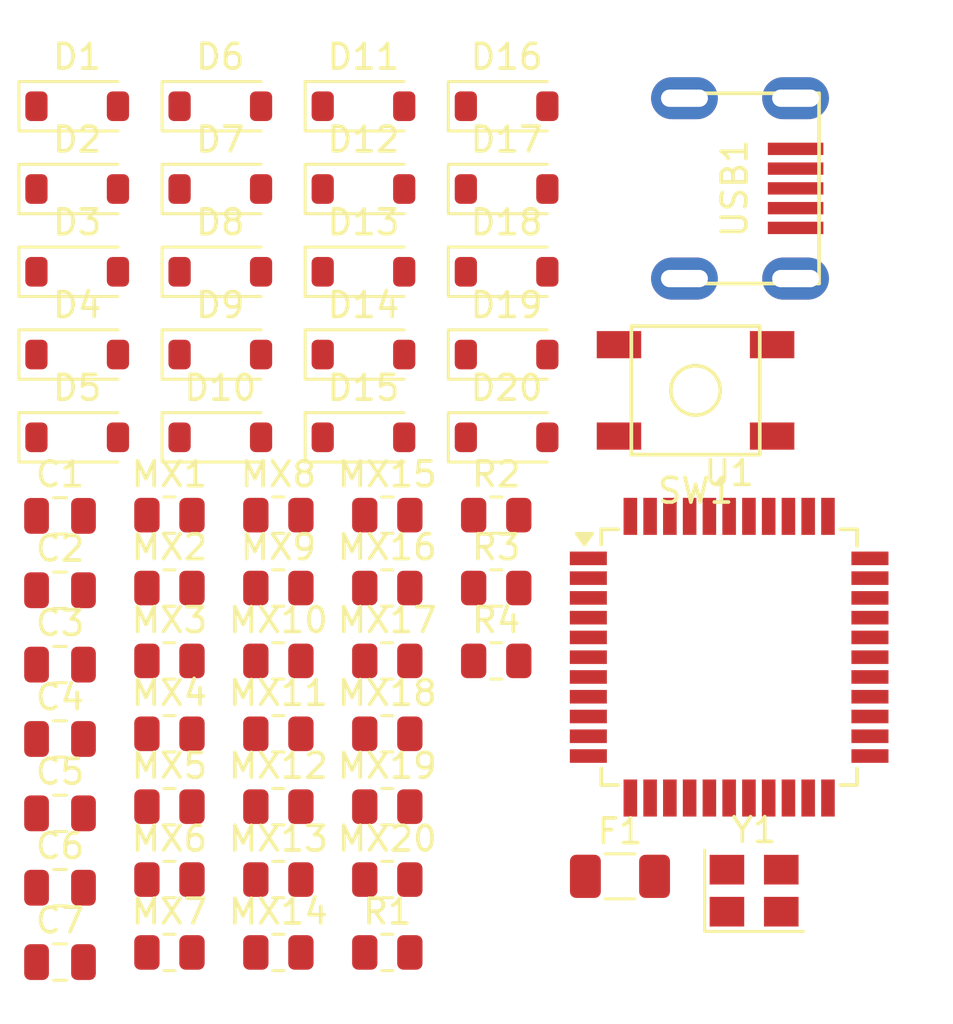
<source format=kicad_pcb>
(kicad_pcb (version 20240108) (generator "pcbnew") (generator_version "8.0")
  (layers (0 "F.Cu" signal) (31 "B.Cu" signal) (34 "B.Paste" user) (35 "F.Paste" user) (36 "B.SilkS" user "B.Silkscreen") (37 "F.SilkS" user "F.Silkscreen") (38 "B.Mask" user) (39 "F.Mask" user) (44 "Edge.Cuts" user))
  (net 0 "")
  (net 1 "GND")
  (net 2 "Net-(U1-XTAL1)")
  (net 3 "Net-(U1-XTAL2)")
  (net 4 "Net-(U1-UCAP)")
  (net 5 "+5V")
  (net 6 "Net-(D1-A)")
  (net 7 "ROW0")
  (net 8 "Net-(D2-A)")
  (net 9 "Net-(D3-A)")
  (net 10 "Net-(D4-A)")
  (net 11 "Net-(D5-A)")
  (net 12 "ROW1")
  (net 13 "Net-(D6-A)")
  (net 14 "Net-(D7-A)")
  (net 15 "Net-(D8-A)")
  (net 16 "ROW2")
  (net 17 "Net-(D9-A)")
  (net 18 "Net-(D10-A)")
  (net 19 "Net-(D11-A)")
  (net 20 "Net-(D12-A)")
  (net 21 "ROW3")
  (net 22 "Net-(D13-A)")
  (net 23 "Net-(D14-A)")
  (net 24 "Net-(D15-A)")
  (net 25 "Net-(D16-A)")
  (net 26 "ROW4")
  (net 27 "Net-(D17-A)")
  (net 28 "Net-(D18-A)")
  (net 29 "Net-(D19-A)")
  (net 30 "Net-(D20-A)")
  (net 31 "Net-(USB1-VBUS)")
  (net 32 "COL0")
  (net 33 "COL2")
  (net 34 "COL1")
  (net 35 "COL3")
  (net 36 "Net-(U1-~{RESET})")
  (net 37 "D+")
  (net 38 "Net-(U1-D+)")
  (net 39 "D-")
  (net 40 "Net-(U1-D-)")
  (net 41 "Net-(U1-~{HWB}{slash}PE2)")
  (footprint "Diode_SMD:D_SOD-123" (layer "F.Cu") (at 38.17 41.125)
    (property "Reference" "D5" (at 0 -2 0) (layer "F.SilkS"))
    (property "Value" "D_Small")
    (fp_line (start -2.36 -1) (end -2.36 1) (stroke (width 0.12)) (layer "F.SilkS"))
    (fp_line (start -2.36 -1) (end 1.65 -1) (stroke (width 0.12)) (layer "F.SilkS"))
    (fp_line (start -2.36 1) (end 1.65 1) (stroke (width 0.12)) (layer "F.SilkS"))
    (pad "1" smd roundrect (at -1.65 0) (size 0.9 1.2) (layers "F.Cu" "F.Paste" "F.Mask") (net 12 "ROW1"))
    (pad "2" smd roundrect (at 1.65 0) (size 0.9 1.2) (layers "F.Cu" "F.Paste" "F.Mask") (net 11 "Net-(D5-A)"))
  )
  (footprint "Resistor_SMD:R_0805_2012Metric" (layer "F.Cu") (at 41.905 44.275)
    (property "Reference" "MX1" (at 0 -1.65 0) (layer "F.SilkS"))
    (property "Value" "MX-NoLED")
    (fp_line (start -0.227064 -0.735) (end 0.227064 -0.735) (stroke (width 0.12)) (layer "F.SilkS"))
    (fp_line (start -0.227064 0.735) (end 0.227064 0.735) (stroke (width 0.12)) (layer "F.SilkS"))
    (pad "1" smd roundrect (at -0.9125 0) (size 1.025 1.4) (layers "F.Cu" "F.Paste" "F.Mask") (roundrect_rratio 0.243902) (net 32 "COL0"))
    (pad "2" smd roundrect (at 0.9125 0) (size 1.025 1.4) (layers "F.Cu" "F.Paste" "F.Mask") (roundrect_rratio 0.243902) (net 6 "Net-(D1-A)"))
  )
  (footprint "Resistor_SMD:R_0805_2012Metric" (layer "F.Cu") (at 50.725 47.225)
    (property "Reference" "MX16" (at 0 -1.65 0) (layer "F.SilkS"))
    (property "Value" "MX-NoLED")
    (fp_line (start -0.227064 -0.735) (end 0.227064 -0.735) (stroke (width 0.12)) (layer "F.SilkS"))
    (fp_line (start -0.227064 0.735) (end 0.227064 0.735) (stroke (width 0.12)) (layer "F.SilkS"))
    (pad "1" smd roundrect (at -0.9125 0) (size 1.025 1.4) (layers "F.Cu" "F.Paste" "F.Mask") (roundrect_rratio 0.243902) (net 35 "COL3"))
    (pad "2" smd roundrect (at 0.9125 0) (size 1.025 1.4) (layers "F.Cu" "F.Paste" "F.Mask") (roundrect_rratio 0.243902) (net 25 "Net-(D16-A)"))
  )
  (footprint "Resistor_SMD:R_0805_2012Metric" (layer "F.Cu") (at 41.905 56.075)
    (property "Reference" "MX5" (at 0 -1.65 0) (layer "F.SilkS"))
    (property "Value" "MX-NoLED")
    (fp_line (start -0.227064 -0.735) (end 0.227064 -0.735) (stroke (width 0.12)) (layer "F.SilkS"))
    (fp_line (start -0.227064 0.735) (end 0.227064 0.735) (stroke (width 0.12)) (layer "F.SilkS"))
    (pad "1" smd roundrect (at -0.9125 0) (size 1.025 1.4) (layers "F.Cu" "F.Paste" "F.Mask") (roundrect_rratio 0.243902) (net 32 "COL0"))
    (pad "2" smd roundrect (at 0.9125 0) (size 1.025 1.4) (layers "F.Cu" "F.Paste" "F.Mask") (roundrect_rratio 0.243902) (net 11 "Net-(D5-A)"))
  )
  (footprint "Diode_SMD:D_SOD-123" (layer "F.Cu") (at 38.17 27.725)
    (property "Reference" "D1" (at 0 -2 0) (layer "F.SilkS"))
    (property "Value" "D_Small")
    (fp_line (start -2.36 -1) (end -2.36 1) (stroke (width 0.12)) (layer "F.SilkS"))
    (fp_line (start -2.36 -1) (end 1.65 -1) (stroke (width 0.12)) (layer "F.SilkS"))
    (fp_line (start -2.36 1) (end 1.65 1) (stroke (width 0.12)) (layer "F.SilkS"))
    (pad "1" smd roundrect (at -1.65 0) (size 0.9 1.2) (layers "F.Cu" "F.Paste" "F.Mask") (net 7 "ROW0"))
    (pad "2" smd roundrect (at 1.65 0) (size 0.9 1.2) (layers "F.Cu" "F.Paste" "F.Mask") (net 6 "Net-(D1-A)"))
  )
  (footprint "Resistor_SMD:R_0805_2012Metric" (layer "F.Cu") (at 41.905 53.125)
    (property "Reference" "MX4" (at 0 -1.65 0) (layer "F.SilkS"))
    (property "Value" "MX-NoLED")
    (fp_line (start -0.227064 -0.735) (end 0.227064 -0.735) (stroke (width 0.12)) (layer "F.SilkS"))
    (fp_line (start -0.227064 0.735) (end 0.227064 0.735) (stroke (width 0.12)) (layer "F.SilkS"))
    (pad "1" smd roundrect (at -0.9125 0) (size 1.025 1.4) (layers "F.Cu" "F.Paste" "F.Mask") (roundrect_rratio 0.243902) (net 35 "COL3"))
    (pad "2" smd roundrect (at 0.9125 0) (size 1.025 1.4) (layers "F.Cu" "F.Paste" "F.Mask") (roundrect_rratio 0.243902) (net 10 "Net-(D4-A)"))
  )
  (footprint "Resistor_SMD:R_0805_2012Metric" (layer "F.Cu") (at 55.135 44.275)
    (property "Reference" "R2" (at 0 -1.65 0) (layer "F.SilkS"))
    (property "Value" "22")
    (fp_line (start -0.227064 -0.735) (end 0.227064 -0.735) (stroke (width 0.12)) (layer "F.SilkS"))
    (fp_line (start -0.227064 0.735) (end 0.227064 0.735) (stroke (width 0.12)) (layer "F.SilkS"))
    (pad "1" smd roundrect (at -0.9125 0) (size 1.025 1.4) (layers "F.Cu" "F.Paste" "F.Mask") (roundrect_rratio 0.243902) (net 37 "D+"))
    (pad "2" smd roundrect (at 0.9125 0) (size 1.025 1.4) (layers "F.Cu" "F.Paste" "F.Mask") (roundrect_rratio 0.243902) (net 38 "Net-(U1-D+)"))
  )
  (footprint "Crystal:Crystal_SMD_3225-4Pin_3.2x2.5mm" (layer "F.Cu") (at 65.575 59.475)
    (property "Reference" "Y1" (at 0 -2.45 0) (layer "F.SilkS"))
    (property "Value" "Crystal_GND24_Small")
    (fp_line (start -2 -1.65) (end -2 1.65) (stroke (width 0.12)) (layer "F.SilkS"))
    (fp_line (start -2 1.65) (end 2 1.65) (stroke (width 0.12)) (layer "F.SilkS"))
    (pad "1" smd rect (at -1.1 0.85) (size 1.4 1.2) (layers "F.Cu" "F.Paste" "F.Mask") (net 2 "Net-(U1-XTAL1)"))
    (pad "2" smd rect (at 1.1 0.85) (size 1.4 1.2) (layers "F.Cu" "F.Paste" "F.Mask") (net 1 "GND"))
    (pad "3" smd rect (at 1.1 -0.85) (size 1.4 1.2) (layers "F.Cu" "F.Paste" "F.Mask") (net 3 "Net-(U1-XTAL2)"))
    (pad "4" smd rect (at -1.1 -0.85) (size 1.4 1.2) (layers "F.Cu" "F.Paste" "F.Mask") (net 1 "GND"))
  )
  (footprint "Resistor_SMD:R_0805_2012Metric" (layer "F.Cu") (at 50.725 44.275)
    (property "Reference" "MX15" (at 0 -1.65 0) (layer "F.SilkS"))
    (property "Value" "MX-NoLED")
    (fp_line (start -0.227064 -0.735) (end 0.227064 -0.735) (stroke (width 0.12)) (layer "F.SilkS"))
    (fp_line (start -0.227064 0.735) (end 0.227064 0.735) (stroke (width 0.12)) (layer "F.SilkS"))
    (pad "1" smd roundrect (at -0.9125 0) (size 1.025 1.4) (layers "F.Cu" "F.Paste" "F.Mask") (roundrect_rratio 0.243902) (net 33 "COL2"))
    (pad "2" smd roundrect (at 0.9125 0) (size 1.025 1.4) (layers "F.Cu" "F.Paste" "F.Mask") (roundrect_rratio 0.243902) (net 24 "Net-(D15-A)"))
  )
  (footprint "Diode_SMD:D_SOD-123" (layer "F.Cu") (at 55.555 41.125)
    (property "Reference" "D20" (at 0 -2 0) (layer "F.SilkS"))
    (property "Value" "D_Small")
    (fp_line (start -2.36 -1) (end -2.36 1) (stroke (width 0.12)) (layer "F.SilkS"))
    (fp_line (start -2.36 -1) (end 1.65 -1) (stroke (width 0.12)) (layer "F.SilkS"))
    (fp_line (start -2.36 1) (end 1.65 1) (stroke (width 0.12)) (layer "F.SilkS"))
    (pad "1" smd roundrect (at -1.65 0) (size 0.9 1.2) (layers "F.Cu" "F.Paste" "F.Mask") (net 26 "ROW4"))
    (pad "2" smd roundrect (at 1.65 0) (size 0.9 1.2) (layers "F.Cu" "F.Paste" "F.Mask") (net 30 "Net-(D20-A)"))
  )
  (footprint "Resistor_SMD:R_0805_2012Metric" (layer "F.Cu") (at 46.315 59.025)
    (property "Reference" "MX13" (at 0 -1.65 0) (layer "F.SilkS"))
    (property "Value" "MX-NoLED")
    (fp_line (start -0.227064 -0.735) (end 0.227064 -0.735) (stroke (width 0.12)) (layer "F.SilkS"))
    (fp_line (start -0.227064 0.735) (end 0.227064 0.735) (stroke (width 0.12)) (layer "F.SilkS"))
    (pad "1" smd roundrect (at -0.9125 0) (size 1.025 1.4) (layers "F.Cu" "F.Paste" "F.Mask") (roundrect_rratio 0.243902) (net 32 "COL0"))
    (pad "2" smd roundrect (at 0.9125 0) (size 1.025 1.4) (layers "F.Cu" "F.Paste" "F.Mask") (roundrect_rratio 0.243902) (net 22 "Net-(D13-A)"))
  )
  (footprint "Resistor_SMD:R_0805_2012Metric" (layer "F.Cu") (at 50.725 59.025)
    (property "Reference" "MX20" (at 0 -1.65 0) (layer "F.SilkS"))
    (property "Value" "MX-NoLED")
    (fp_line (start -0.227064 -0.735) (end 0.227064 -0.735) (stroke (width 0.12)) (layer "F.SilkS"))
    (fp_line (start -0.227064 0.735) (end 0.227064 0.735) (stroke (width 0.12)) (layer "F.SilkS"))
    (pad "1" smd roundrect (at -0.9125 0) (size 1.025 1.4) (layers "F.Cu" "F.Paste" "F.Mask") (roundrect_rratio 0.243902) (net 35 "COL3"))
    (pad "2" smd roundrect (at 0.9125 0) (size 1.025 1.4) (layers "F.Cu" "F.Paste" "F.Mask") (roundrect_rratio 0.243902) (net 30 "Net-(D20-A)"))
  )
  (footprint "Fuse:Fuse_1206_3216Metric" (layer "F.Cu") (at 60.145 58.895)
    (property "Reference" "F1" (at 0 -1.82 0) (layer "F.SilkS"))
    (property "Value" "500mA")
    (fp_line (start -0.602064 -0.91) (end 0.602064 -0.91) (stroke (width 0.12)) (layer "F.SilkS"))
    (fp_line (start -0.602064 0.91) (end 0.602064 0.91) (stroke (width 0.12)) (layer "F.SilkS"))
    (pad "1" smd roundrect (at -1.4 0) (size 1.25 1.75) (layers "F.Cu" "F.Paste" "F.Mask") (roundrect_rratio 0.2) (net 31 "Net-(USB1-VBUS)"))
    (pad "2" smd roundrect (at 1.4 0) (size 1.25 1.75) (layers "F.Cu" "F.Paste" "F.Mask") (roundrect_rratio 0.2) (net 5 "+5V"))
  )
  (footprint "Diode_SMD:D_SOD-123" (layer "F.Cu") (at 55.555 37.775)
    (property "Reference" "D19" (at 0 -2 0) (layer "F.SilkS"))
    (property "Value" "D_Small")
    (fp_line (start -2.36 -1) (end -2.36 1) (stroke (width 0.12)) (layer "F.SilkS"))
    (fp_line (start -2.36 -1) (end 1.65 -1) (stroke (width 0.12)) (layer "F.SilkS"))
    (fp_line (start -2.36 1) (end 1.65 1) (stroke (width 0.12)) (layer "F.SilkS"))
    (pad "1" smd roundrect (at -1.65 0) (size 0.9 1.2) (layers "F.Cu" "F.Paste" "F.Mask") (net 26 "ROW4"))
    (pad "2" smd roundrect (at 1.65 0) (size 0.9 1.2) (layers "F.Cu" "F.Paste" "F.Mask") (net 29 "Net-(D19-A)"))
  )
  (footprint "Resistor_SMD:R_0805_2012Metric" (layer "F.Cu") (at 55.135 50.175)
    (property "Reference" "R4" (at 0 -1.65 0) (layer "F.SilkS"))
    (property "Value" "10k")
    (fp_line (start -0.227064 -0.735) (end 0.227064 -0.735) (stroke (width 0.12)) (layer "F.SilkS"))
    (fp_line (start -0.227064 0.735) (end 0.227064 0.735) (stroke (width 0.12)) (layer "F.SilkS"))
    (pad "1" smd roundrect (at -0.9125 0) (size 1.025 1.4) (layers "F.Cu" "F.Paste" "F.Mask") (roundrect_rratio 0.243902) (net 41 "Net-(U1-~{HWB}{slash}PE2)"))
    (pad "2" smd roundrect (at 0.9125 0) (size 1.025 1.4) (layers "F.Cu" "F.Paste" "F.Mask") (roundrect_rratio 0.243902) (net 1 "GND"))
  )
  (footprint "random-keyboard-parts:Molex-0548190589" (layer "F.Cu") (at 62.755 31.05)
    (property "Reference" "USB1" (at 2.032 0 90) (layer "F.SilkS"))
    (property "Value" "Molex-0548190589")
    (fp_line (start 0 -3.85) (end 5.45 -3.85) (stroke (width 0.15)) (layer "F.SilkS"))
    (fp_line (start 0 3.85) (end 5.45 3.85) (stroke (width 0.15)) (layer "F.SilkS"))
    (fp_line (start 5.45 -3.85) (end 5.45 3.85) (stroke (width 0.15)) (layer "F.SilkS"))
    (pad "1" smd rect (at 4.5 1.6) (size 2.25 0.5) (layers "F.Cu" "F.Paste" "F.Mask") (net 1 "GND"))
    (pad "2" smd rect (at 4.5 0.8) (size 2.25 0.5) (layers "F.Cu" "F.Paste" "F.Mask"))
    (pad "3" smd rect (at 4.5 0) (size 2.25 0.5) (layers "F.Cu" "F.Paste" "F.Mask") (net 37 "D+"))
    (pad "4" smd rect (at 4.5 -0.8) (size 2.25 0.5) (layers "F.Cu" "F.Paste" "F.Mask") (net 39 "D-"))
    (pad "5" smd rect (at 4.5 -1.6) (size 2.25 0.5) (layers "F.Cu" "F.Paste" "F.Mask") (net 31 "Net-(USB1-VBUS)"))
    (pad "6" thru_hole oval (at 0 -3.65) (size 2.7 1.7) (drill oval 1.9 0.7) (layers "*.Cu" "*.Mask"))
    (pad "6" thru_hole oval (at 0 3.65) (size 2.7 1.7) (drill oval 1.9 0.7) (layers "*.Cu" "*.Mask"))
    (pad "6" thru_hole oval (at 4.5 -3.65) (size 2.7 1.7) (drill oval 1.9 0.7) (layers "*.Cu" "*.Mask"))
    (pad "6" thru_hole oval (at 4.5 3.65) (size 2.7 1.7) (drill oval 1.9 0.7) (layers "*.Cu" "*.Mask"))
  )
  (footprint "Diode_SMD:D_SOD-123" (layer "F.Cu") (at 55.555 27.725)
    (property "Reference" "D16" (at 0 -2 0) (layer "F.SilkS"))
    (property "Value" "D_Small")
    (fp_line (start -2.36 -1) (end -2.36 1) (stroke (width 0.12)) (layer "F.SilkS"))
    (fp_line (start -2.36 -1) (end 1.65 -1) (stroke (width 0.12)) (layer "F.SilkS"))
    (fp_line (start -2.36 1) (end 1.65 1) (stroke (width 0.12)) (layer "F.SilkS"))
    (pad "1" smd roundrect (at -1.65 0) (size 0.9 1.2) (layers "F.Cu" "F.Paste" "F.Mask") (net 21 "ROW3"))
    (pad "2" smd roundrect (at 1.65 0) (size 0.9 1.2) (layers "F.Cu" "F.Paste" "F.Mask") (net 25 "Net-(D16-A)"))
  )
  (footprint "Diode_SMD:D_SOD-123" (layer "F.Cu") (at 38.17 37.775)
    (property "Reference" "D4" (at 0 -2 0) (layer "F.SilkS"))
    (property "Value" "D_Small")
    (fp_line (start -2.36 -1) (end -2.36 1) (stroke (width 0.12)) (layer "F.SilkS"))
    (fp_line (start -2.36 -1) (end 1.65 -1) (stroke (width 0.12)) (layer "F.SilkS"))
    (fp_line (start -2.36 1) (end 1.65 1) (stroke (width 0.12)) (layer "F.SilkS"))
    (pad "1" smd roundrect (at -1.65 0) (size 0.9 1.2) (layers "F.Cu" "F.Paste" "F.Mask") (net 7 "ROW0"))
    (pad "2" smd roundrect (at 1.65 0) (size 0.9 1.2) (layers "F.Cu" "F.Paste" "F.Mask") (net 10 "Net-(D4-A)"))
  )
  (footprint "Resistor_SMD:R_0805_2012Metric" (layer "F.Cu") (at 46.315 50.175)
    (property "Reference" "MX10" (at 0 -1.65 0) (layer "F.SilkS"))
    (property "Value" "MX-NoLED")
    (fp_line (start -0.227064 -0.735) (end 0.227064 -0.735) (stroke (width 0.12)) (layer "F.SilkS"))
    (fp_line (start -0.227064 0.735) (end 0.227064 0.735) (stroke (width 0.12)) (layer "F.SilkS"))
    (pad "1" smd roundrect (at -0.9125 0) (size 1.025 1.4) (layers "F.Cu" "F.Paste" "F.Mask") (roundrect_rratio 0.243902) (net 33 "COL2"))
    (pad "2" smd roundrect (at 0.9125 0) (size 1.025 1.4) (layers "F.Cu" "F.Paste" "F.Mask") (roundrect_rratio 0.243902) (net 18 "Net-(D10-A)"))
  )
  (footprint "Resistor_SMD:R_0805_2012Metric" (layer "F.Cu") (at 46.315 61.975)
    (property "Reference" "MX14" (at 0 -1.65 0) (layer "F.SilkS"))
    (property "Value" "MX-NoLED")
    (fp_line (start -0.227064 -0.735) (end 0.227064 -0.735) (stroke (width 0.12)) (layer "F.SilkS"))
    (fp_line (start -0.227064 0.735) (end 0.227064 0.735) (stroke (width 0.12)) (layer "F.SilkS"))
    (pad "1" smd roundrect (at -0.9125 0) (size 1.025 1.4) (layers "F.Cu" "F.Paste" "F.Mask") (roundrect_rratio 0.243902) (net 34 "COL1"))
    (pad "2" smd roundrect (at 0.9125 0) (size 1.025 1.4) (layers "F.Cu" "F.Paste" "F.Mask") (roundrect_rratio 0.243902) (net 23 "Net-(D14-A)"))
  )
  (footprint "Capacitor_SMD:C_0805_2012Metric" (layer "F.Cu") (at 37.475 50.325)
    (property "Reference" "C3" (at 0 -1.68 0) (layer "F.SilkS"))
    (property "Value" "1uF")
    (fp_line (start -0.261252 -0.735) (end 0.261252 -0.735) (stroke (width 0.12)) (layer "F.SilkS"))
    (fp_line (start -0.261252 0.735) (end 0.261252 0.735) (stroke (width 0.12)) (layer "F.SilkS"))
    (pad "1" smd roundrect (at -0.95 0) (size 1 1.45) (layers "F.Cu" "F.Paste" "F.Mask") (net 4 "Net-(U1-UCAP)"))
    (pad "2" smd roundrect (at 0.95 0) (size 1 1.45) (layers "F.Cu" "F.Paste" "F.Mask") (net 1 "GND"))
  )
  (footprint "Diode_SMD:D_SOD-123" (layer "F.Cu") (at 55.555 34.425)
    (property "Reference" "D18" (at 0 -2 0) (layer "F.SilkS"))
    (property "Value" "D_Small")
    (fp_line (start -2.36 -1) (end -2.36 1) (stroke (width 0.12)) (layer "F.SilkS"))
    (fp_line (start -2.36 -1) (end 1.65 -1) (stroke (width 0.12)) (layer "F.SilkS"))
    (fp_line (start -2.36 1) (end 1.65 1) (stroke (width 0.12)) (layer "F.SilkS"))
    (pad "1" smd roundrect (at -1.65 0) (size 0.9 1.2) (layers "F.Cu" "F.Paste" "F.Mask") (net 26 "ROW4"))
    (pad "2" smd roundrect (at 1.65 0) (size 0.9 1.2) (layers "F.Cu" "F.Paste" "F.Mask") (net 28 "Net-(D18-A)"))
  )
  (footprint "Resistor_SMD:R_0805_2012Metric" (layer "F.Cu") (at 55.135 47.225)
    (property "Reference" "R3" (at 0 -1.65 0) (layer "F.SilkS"))
    (property "Value" "22")
    (fp_line (start -0.227064 -0.735) (end 0.227064 -0.735) (stroke (width 0.12)) (layer "F.SilkS"))
    (fp_line (start -0.227064 0.735) (end 0.227064 0.735) (stroke (width 0.12)) (layer "F.SilkS"))
    (pad "1" smd roundrect (at -0.9125 0) (size 1.025 1.4) (layers "F.Cu" "F.Paste" "F.Mask") (roundrect_rratio 0.243902) (net 39 "D-"))
    (pad "2" smd roundrect (at 0.9125 0) (size 1.025 1.4) (layers "F.Cu" "F.Paste" "F.Mask") (roundrect_rratio 0.243902) (net 40 "Net-(U1-D-)"))
  )
  (footprint "Diode_SMD:D_SOD-123" (layer "F.Cu") (at 49.76 27.725)
    (property "Reference" "D11" (at 0 -2 0) (layer "F.SilkS"))
    (property "Value" "D_Small")
    (fp_line (start -2.36 -1) (end -2.36 1) (stroke (width 0.12)) (layer "F.SilkS"))
    (fp_line (start -2.36 -1) (end 1.65 -1) (stroke (width 0.12)) (layer "F.SilkS"))
    (fp_line (start -2.36 1) (end 1.65 1) (stroke (width 0.12)) (layer "F.SilkS"))
    (pad "1" smd roundrect (at -1.65 0) (size 0.9 1.2) (layers "F.Cu" "F.Paste" "F.Mask") (net 16 "ROW2"))
    (pad "2" smd roundrect (at 1.65 0) (size 0.9 1.2) (layers "F.Cu" "F.Paste" "F.Mask") (net 19 "Net-(D11-A)"))
  )
  (footprint "Diode_SMD:D_SOD-123" (layer "F.Cu") (at 43.965 31.075)
    (property "Reference" "D7" (at 0 -2 0) (layer "F.SilkS"))
    (property "Value" "D_Small")
    (fp_line (start -2.36 -1) (end -2.36 1) (stroke (width 0.12)) (layer "F.SilkS"))
    (fp_line (start -2.36 -1) (end 1.65 -1) (stroke (width 0.12)) (layer "F.SilkS"))
    (fp_line (start -2.36 1) (end 1.65 1) (stroke (width 0.12)) (layer "F.SilkS"))
    (pad "1" smd roundrect (at -1.65 0) (size 0.9 1.2) (layers "F.Cu" "F.Paste" "F.Mask") (net 12 "ROW1"))
    (pad "2" smd roundrect (at 1.65 0) (size 0.9 1.2) (layers "F.Cu" "F.Paste" "F.Mask") (net 14 "Net-(D7-A)"))
  )
  (footprint "Resistor_SMD:R_0805_2012Metric" (layer "F.Cu") (at 50.725 61.975)
    (property "Reference" "R1" (at 0 -1.65 0) (layer "F.SilkS"))
    (property "Value" "10k")
    (fp_line (start -0.227064 -0.735) (end 0.227064 -0.735) (stroke (width 0.12)) (layer "F.SilkS"))
    (fp_line (start -0.227064 0.735) (end 0.227064 0.735) (stroke (width 0.12)) (layer "F.SilkS"))
    (pad "1" smd roundrect (at -0.9125 0) (size 1.025 1.4) (layers "F.Cu" "F.Paste" "F.Mask") (roundrect_rratio 0.243902) (net 5 "+5V"))
    (pad "2" smd roundrect (at 0.9125 0) (size 1.025 1.4) (layers "F.Cu" "F.Paste" "F.Mask") (roundrect_rratio 0.243902) (net 36 "Net-(U1-~{RESET})"))
  )
  (footprint "Capacitor_SMD:C_0805_2012Metric" (layer "F.Cu") (at 37.475 53.335)
    (property "Reference" "C4" (at 0 -1.68 0) (layer "F.SilkS"))
    (property "Value" "0.1uF")
    (fp_line (start -0.261252 -0.735) (end 0.261252 -0.735) (stroke (width 0.12)) (layer "F.SilkS"))
    (fp_line (start -0.261252 0.735) (end 0.261252 0.735) (stroke (width 0.12)) (layer "F.SilkS"))
    (pad "1" smd roundrect (at -0.95 0) (size 1 1.45) (layers "F.Cu" "F.Paste" "F.Mask") (net 5 "+5V"))
    (pad "2" smd roundrect (at 0.95 0) (size 1 1.45) (layers "F.Cu" "F.Paste" "F.Mask") (net 1 "GND"))
  )
  (footprint "random-keyboard-parts:SKQG-1155865" (layer "F.Cu") (at 63.205 39.225)
    (property "Reference" "SW1" (at 0 4.064 0) (layer "F.SilkS"))
    (property "Value" "SW_Push")
    (fp_line (start -2.6 -2.6) (end 2.6 -2.6) (stroke (width 0.15)) (layer "F.SilkS"))
    (fp_line (start -2.6 2.6) (end -2.6 -2.6) (stroke (width 0.15)) (layer "F.SilkS"))
    (fp_line (start 2.6 -2.6) (end 2.6 2.6) (stroke (width 0.15)) (layer "F.SilkS"))
    (fp_line (start 2.6 2.6) (end -2.6 2.6) (stroke (width 0.15)) (layer "F.SilkS"))
    (fp_circle (center 0 0) (end 1 0) (stroke (width 0.15)) (fill none) (layer "F.SilkS"))
    (pad "1" smd rect (at 3.1 1.85) (size 1.8 1.1) (layers "F.Cu" "F.Paste" "F.Mask") (net 1 "GND"))
    (pad "2" smd rect (at -3.1 -1.85) (size 1.8 1.1) (layers "F.Cu" "F.Paste" "F.Mask") (net 36 "Net-(U1-~{RESET})"))
    (pad "3" smd rect (at 3.1 -1.85) (size 1.8 1.1) (layers "F.Cu" "F.Paste" "F.Mask"))
    (pad "4" smd rect (at -3.1 1.85) (size 1.8 1.1) (layers "F.Cu" "F.Paste" "F.Mask"))
  )
  (footprint "Diode_SMD:D_SOD-123" (layer "F.Cu") (at 55.555 31.075)
    (property "Reference" "D17" (at 0 -2 0) (layer "F.SilkS"))
    (property "Value" "D_Small")
    (fp_line (start -2.36 -1) (end -2.36 1) (stroke (width 0.12)) (layer "F.SilkS"))
    (fp_line (start -2.36 -1) (end 1.65 -1) (stroke (width 0.12)) (layer "F.SilkS"))
    (fp_line (start -2.36 1) (end 1.65 1) (stroke (width 0.12)) (layer "F.SilkS"))
    (pad "1" smd roundrect (at -1.65 0) (size 0.9 1.2) (layers "F.Cu" "F.Paste" "F.Mask") (net 26 "ROW4"))
    (pad "2" smd roundrect (at 1.65 0) (size 0.9 1.2) (layers "F.Cu" "F.Paste" "F.Mask") (net 27 "Net-(D17-A)"))
  )
  (footprint "Resistor_SMD:R_0805_2012Metric" (layer "F.Cu") (at 41.905 61.975)
    (property "Reference" "MX7" (at 0 -1.65 0) (layer "F.SilkS"))
    (property "Value" "MX-NoLED")
    (fp_line (start -0.227064 -0.735) (end 0.227064 -0.735) (stroke (width 0.12)) (layer "F.SilkS"))
    (fp_line (start -0.227064 0.735) (end 0.227064 0.735) (stroke (width 0.12)) (layer "F.SilkS"))
    (pad "1" smd roundrect (at -0.9125 0) (size 1.025 1.4) (layers "F.Cu" "F.Paste" "F.Mask") (roundrect_rratio 0.243902) (net 33 "COL2"))
    (pad "2" smd roundrect (at 0.9125 0) (size 1.025 1.4) (layers "F.Cu" "F.Paste" "F.Mask") (roundrect_rratio 0.243902) (net 14 "Net-(D7-A)"))
  )
  (footprint "Diode_SMD:D_SOD-123" (layer "F.Cu") (at 38.17 34.425)
    (property "Reference" "D3" (at 0 -2 0) (layer "F.SilkS"))
    (property "Value" "D_Small")
    (fp_line (start -2.36 -1) (end -2.36 1) (stroke (width 0.12)) (layer "F.SilkS"))
    (fp_line (start -2.36 -1) (end 1.65 -1) (stroke (width 0.12)) (layer "F.SilkS"))
    (fp_line (start -2.36 1) (end 1.65 1) (stroke (width 0.12)) (layer "F.SilkS"))
    (pad "1" smd roundrect (at -1.65 0) (size 0.9 1.2) (layers "F.Cu" "F.Paste" "F.Mask") (net 7 "ROW0"))
    (pad "2" smd roundrect (at 1.65 0) (size 0.9 1.2) (layers "F.Cu" "F.Paste" "F.Mask") (net 9 "Net-(D3-A)"))
  )
  (footprint "Resistor_SMD:R_0805_2012Metric" (layer "F.Cu") (at 50.725 56.075)
    (property "Reference" "MX19" (at 0 -1.65 0) (layer "F.SilkS"))
    (property "Value" "MX-NoLED")
    (fp_line (start -0.227064 -0.735) (end 0.227064 -0.735) (stroke (width 0.12)) (layer "F.SilkS"))
    (fp_line (start -0.227064 0.735) (end 0.227064 0.735) (stroke (width 0.12)) (layer "F.SilkS"))
    (pad "1" smd roundrect (at -0.9125 0) (size 1.025 1.4) (layers "F.Cu" "F.Paste" "F.Mask") (roundrect_rratio 0.243902) (net 33 "COL2"))
    (pad "2" smd roundrect (at 0.9125 0) (size 1.025 1.4) (layers "F.Cu" "F.Paste" "F.Mask") (roundrect_rratio 0.243902) (net 29 "Net-(D19-A)"))
  )
  (footprint "Diode_SMD:D_SOD-123" (layer "F.Cu") (at 49.76 31.075)
    (property "Reference" "D12" (at 0 -2 0) (layer "F.SilkS"))
    (property "Value" "D_Small")
    (fp_line (start -2.36 -1) (end -2.36 1) (stroke (width 0.12)) (layer "F.SilkS"))
    (fp_line (start -2.36 -1) (end 1.65 -1) (stroke (width 0.12)) (layer "F.SilkS"))
    (fp_line (start -2.36 1) (end 1.65 1) (stroke (width 0.12)) (layer "F.SilkS"))
    (pad "1" smd roundrect (at -1.65 0) (size 0.9 1.2) (layers "F.Cu" "F.Paste" "F.Mask") (net 16 "ROW2"))
    (pad "2" smd roundrect (at 1.65 0) (size 0.9 1.2) (layers "F.Cu" "F.Paste" "F.Mask") (net 20 "Net-(D12-A)"))
  )
  (footprint "Capacitor_SMD:C_0805_2012Metric" (layer "F.Cu") (at 37.475 47.315)
    (property "Reference" "C2" (at 0 -1.68 0) (layer "F.SilkS"))
    (property "Value" "22pF")
    (fp_line (start -0.261252 -0.735) (end 0.261252 -0.735) (stroke (width 0.12)) (layer "F.SilkS"))
    (fp_line (start -0.261252 0.735) (end 0.261252 0.735) (stroke (width 0.12)) (layer "F.SilkS"))
    (pad "1" smd roundrect (at -0.95 0) (size 1 1.45) (layers "F.Cu" "F.Paste" "F.Mask") (net 1 "GND"))
    (pad "2" smd roundrect (at 0.95 0) (size 1 1.45) (layers "F.Cu" "F.Paste" "F.Mask") (net 3 "Net-(U1-XTAL2)"))
  )
  (footprint "Capacitor_SMD:C_0805_2012Metric" (layer "F.Cu") (at 37.475 44.305)
    (property "Reference" "C1" (at 0 -1.68 0) (layer "F.SilkS"))
    (property "Value" "22pF")
    (fp_line (start -0.261252 -0.735) (end 0.261252 -0.735) (stroke (width 0.12)) (layer "F.SilkS"))
    (fp_line (start -0.261252 0.735) (end 0.261252 0.735) (stroke (width 0.12)) (layer "F.SilkS"))
    (pad "1" smd roundrect (at -0.95 0) (size 1 1.45) (layers "F.Cu" "F.Paste" "F.Mask") (net 1 "GND"))
    (pad "2" smd roundrect (at 0.95 0) (size 1 1.45) (layers "F.Cu" "F.Paste" "F.Mask") (net 2 "Net-(U1-XTAL1)"))
  )
  (footprint "Diode_SMD:D_SOD-123" (layer "F.Cu") (at 49.76 37.775)
    (property "Reference" "D14" (at 0 -2 0) (layer "F.SilkS"))
    (property "Value" "D_Small")
    (fp_line (start -2.36 -1) (end -2.36 1) (stroke (width 0.12)) (layer "F.SilkS"))
    (fp_line (start -2.36 -1) (end 1.65 -1) (stroke (width 0.12)) (layer "F.SilkS"))
    (fp_line (start -2.36 1) (end 1.65 1) (stroke (width 0.12)) (layer "F.SilkS"))
    (pad "1" smd roundrect (at -1.65 0) (size 0.9 1.2) (layers "F.Cu" "F.Paste" "F.Mask") (net 21 "ROW3"))
    (pad "2" smd roundrect (at 1.65 0) (size 0.9 1.2) (layers "F.Cu" "F.Paste" "F.Mask") (net 23 "Net-(D14-A)"))
  )
  (footprint "Capacitor_SMD:C_0805_2012Metric" (layer "F.Cu") (at 37.475 62.365)
    (property "Reference" "C7" (at 0 -1.68 0) (layer "F.SilkS"))
    (property "Value" "10uF")
    (fp_line (start -0.261252 -0.735) (end 0.261252 -0.735) (stroke (width 0.12)) (layer "F.SilkS"))
    (fp_line (start -0.261252 0.735) (end 0.261252 0.735) (stroke (width 0.12)) (layer "F.SilkS"))
    (pad "1" smd roundrect (at -0.95 0) (size 1 1.45) (layers "F.Cu" "F.Paste" "F.Mask") (net 5 "+5V"))
    (pad "2" smd roundrect (at 0.95 0) (size 1 1.45) (layers "F.Cu" "F.Paste" "F.Mask") (net 1 "GND"))
  )
  (footprint "Package_QFP:TQFP-44_10x10mm_P0.8mm" (layer "F.Cu") (at 64.565 50.025)
    (property "Reference" "U1" (at 0 -7.45 0) (layer "F.SilkS"))
    (property "Value" "ATmega32U4-A")
    (fp_line (start -5.175 -5.175) (end -5.175 -4.56) (stroke (width 0.15)) (layer "F.SilkS"))
    (fp_line (start -5.175 -5.175) (end -4.5 -5.175) (stroke (width 0.15)) (layer "F.SilkS"))
    (fp_line (start -5.175 5.175) (end -5.175 4.5) (stroke (width 0.15)) (layer "F.SilkS"))
    (fp_line (start -5.175 5.175) (end -4.5 5.175) (stroke (width 0.15)) (layer "F.SilkS"))
    (fp_line (start 5.175 -5.175) (end 4.5 -5.175) (stroke (width 0.15)) (layer "F.SilkS"))
    (fp_line (start 5.175 -5.175) (end 5.175 -4.5) (stroke (width 0.15)) (layer "F.SilkS"))
    (fp_line (start 5.175 5.175) (end 4.5 5.175) (stroke (width 0.15)) (layer "F.SilkS"))
    (fp_line (start 5.175 5.175) (end 5.175 4.5) (stroke (width 0.15)) (layer "F.SilkS"))
    (fp_poly (pts (xy -5.86 -4.54) (xy -6.2 -5.01) (xy -5.52 -5.01) (xy -5.86 -4.54)) (stroke (width 0.12)) (fill solid) (layer "F.SilkS"))
    (pad "1" smd rect (at -5.7 -4) (size 1.5 0.55) (layers "F.Cu" "F.Paste" "F.Mask"))
    (pad "2" smd rect (at -5.7 -3.2) (size 1.5 0.55) (layers "F.Cu" "F.Paste" "F.Mask") (net 5 "+5V"))
    (pad "3" smd rect (at -5.7 -2.4) (size 1.5 0.55) (layers "F.Cu" "F.Paste" "F.Mask") (net 40 "Net-(U1-D-)"))
    (pad "4" smd rect (at -5.7 -1.6) (size 1.5 0.55) (layers "F.Cu" "F.Paste" "F.Mask") (net 38 "Net-(U1-D+)"))
    (pad "5" smd rect (at -5.7 -0.8) (size 1.5 0.55) (layers "F.Cu" "F.Paste" "F.Mask") (net 1 "GND"))
    (pad "6" smd rect (at -5.7 0) (size 1.5 0.55) (layers "F.Cu" "F.Paste" "F.Mask") (net 4 "Net-(U1-UCAP)"))
    (pad "7" smd rect (at -5.7 0.8) (size 1.5 0.55) (layers "F.Cu" "F.Paste" "F.Mask") (net 5 "+5V"))
    (pad "8" smd rect (at -5.7 1.6) (size 1.5 0.55) (layers "F.Cu" "F.Paste" "F.Mask"))
    (pad "9" smd rect (at -5.7 2.4) (size 1.5 0.55) (layers "F.Cu" "F.Paste" "F.Mask"))
    (pad "10" smd rect (at -5.7 3.2) (size 1.5 0.55) (layers "F.Cu" "F.Paste" "F.Mask"))
    (pad "11" smd rect (at -5.7 4) (size 1.5 0.55) (layers "F.Cu" "F.Paste" "F.Mask"))
    (pad "12" smd rect (at -4 5.7 90) (size 1.5 0.55) (layers "F.Cu" "F.Paste" "F.Mask"))
    (pad "13" smd rect (at -3.2 5.7 90) (size 1.5 0.55) (layers "F.Cu" "F.Paste" "F.Mask") (net 36 "Net-(U1-~{RESET})"))
    (pad "14" smd rect (at -2.4 5.7 90) (size 1.5 0.55) (layers "F.Cu" "F.Paste" "F.Mask") (net 5 "+5V"))
    (pad "15" smd rect (at -1.6 5.7 90) (size 1.5 0.55) (layers "F.Cu" "F.Paste" "F.Mask") (net 1 "GND"))
    (pad "16" smd rect (at -0.8 5.7 90) (size 1.5 0.55) (layers "F.Cu" "F.Paste" "F.Mask") (net 3 "Net-(U1-XTAL2)"))
    (pad "17" smd rect (at 0 5.7 90) (size 1.5 0.55) (layers "F.Cu" "F.Paste" "F.Mask") (net 2 "Net-(U1-XTAL1)"))
    (pad "18" smd rect (at 0.8 5.7 90) (size 1.5 0.55) (layers "F.Cu" "F.Paste" "F.Mask"))
    (pad "19" smd rect (at 1.6 5.7 90) (size 1.5 0.55) (layers "F.Cu" "F.Paste" "F.Mask"))
    (pad "20" smd rect (at 2.4 5.7 90) (size 1.5 0.55) (layers "F.Cu" "F.Paste" "F.Mask"))
    (pad "21" smd rect (at 3.2 5.7 90) (size 1.5 0.55) (layers "F.Cu" "F.Paste" "F.Mask"))
    (pad "22" smd rect (at 4 5.7 90) (size 1.5 0.55) (layers "F.Cu" "F.Paste" "F.Mask"))
    (pad "23" smd rect (at 5.7 4) (size 1.5 0.55) (layers "F.Cu" "F.Paste" "F.Mask") (net 1 "GND"))
    (pad "24" smd rect (at 5.7 3.2) (size 1.5 0.55) (layers "F.Cu" "F.Paste" "F.Mask") (net 5 "+5V"))
    (pad "25" smd rect (at 5.7 2.4) (size 1.5 0.55) (layers "F.Cu" "F.Paste" "F.Mask"))
    (pad "26" smd rect (at 5.7 1.6) (size 1.5 0.55) (layers "F.Cu" "F.Paste" "F.Mask"))
    (pad "27" smd rect (at 5.7 0.8) (size 1.5 0.55) (layers "F.Cu" "F.Paste" "F.Mask"))
    (pad "28" smd rect (at 5.7 0) (size 1.5 0.55) (layers "F.Cu" "F.Paste" "F.Mask"))
    (pad "29" smd rect (at 5.7 -0.8) (size 1.5 0.55) (layers "F.Cu" "F.Paste" "F.Mask"))
    (pad "30" smd rect (at 5.7 -1.6) (size 1.5 0.55) (layers "F.Cu" "F.Paste" "F.Mask"))
    (pad "31" smd rect (at 5.7 -2.4) (size 1.5 0.55) (layers "F.Cu" "F.Paste" "F.Mask"))
    (pad "32" smd rect (at 5.7 -3.2) (size 1.5 0.55) (layers "F.Cu" "F.Paste" "F.Mask"))
    (pad "33" smd rect (at 5.7 -4) (size 1.5 0.55) (layers "F.Cu" "F.Paste" "F.Mask") (net 41 "Net-(U1-~{HWB}{slash}PE2)"))
    (pad "34" smd rect (at 4 -5.7 90) (size 1.5 0.55) (layers "F.Cu" "F.Paste" "F.Mask") (net 5 "+5V"))
    (pad "35" smd rect (at 3.2 -5.7 90) (size 1.5 0.55) (layers "F.Cu" "F.Paste" "F.Mask") (net 1 "GND"))
    (pad "36" smd rect (at 2.4 -5.7 90) (size 1.5 0.55) (layers "F.Cu" "F.Paste" "F.Mask"))
    (pad "37" smd rect (at 1.6 -5.7 90) (size 1.5 0.55) (layers "F.Cu" "F.Paste" "F.Mask"))
    (pad "38" smd rect (at 0.8 -5.7 90) (size 1.5 0.55) (layers "F.Cu" "F.Paste" "F.Mask"))
    (pad "39" smd rect (at 0 -5.7 90) (size 1.5 0.55) (layers "F.Cu" "F.Paste" "F.Mask"))
    (pad "40" smd rect (at -0.8 -5.7 90) (size 1.5 0.55) (layers "F.Cu" "F.Paste" "F.Mask"))
    (pad "41" smd rect (at -1.6 -5.7 90) (size 1.5 0.55) (layers "F.Cu" "F.Paste" "F.Mask"))
    (pad "42" smd rect (at -2.4 -5.7 90) (size 1.5 0.55) (layers "F.Cu" "F.Paste" "F.Mask"))
    (pad "43" smd rect (at -3.2 -5.7 90) (size 1.5 0.55) (layers "F.Cu" "F.Paste" "F.Mask") (net 1 "GND"))
    (pad "44" smd rect (at -4 -5.7 90) (size 1.5 0.55) (layers "F.Cu" "F.Paste" "F.Mask") (net 5 "+5V"))
  )
  (footprint "Capacitor_SMD:C_0805_2012Metric" (layer "F.Cu") (at 37.475 56.345)
    (property "Reference" "C5" (at 0 -1.68 0) (layer "F.SilkS"))
    (property "Value" "0.1uF")
    (fp_line (start -0.261252 -0.735) (end 0.261252 -0.735) (stroke (width 0.12)) (layer "F.SilkS"))
    (fp_line (start -0.261252 0.735) (end 0.261252 0.735) (stroke (width 0.12)) (layer "F.SilkS"))
    (pad "1" smd roundrect (at -0.95 0) (size 1 1.45) (layers "F.Cu" "F.Paste" "F.Mask") (net 5 "+5V"))
    (pad "2" smd roundrect (at 0.95 0) (size 1 1.45) (layers "F.Cu" "F.Paste" "F.Mask") (net 1 "GND"))
  )
  (footprint "Resistor_SMD:R_0805_2012Metric" (layer "F.Cu") (at 46.315 47.225)
    (property "Reference" "MX9" (at 0 -1.65 0) (layer "F.SilkS"))
    (property "Value" "MX-NoLED")
    (fp_line (start -0.227064 -0.735) (end 0.227064 -0.735) (stroke (width 0.12)) (layer "F.SilkS"))
    (fp_line (start -0.227064 0.735) (end 0.227064 0.735) (stroke (width 0.12)) (layer "F.SilkS"))
    (pad "1" smd roundrect (at -0.9125 0) (size 1.025 1.4) (layers "F.Cu" "F.Paste" "F.Mask") (roundrect_rratio 0.243902) (net 32 "COL0"))
    (pad "2" smd roundrect (at 0.9125 0) (size 1.025 1.4) (layers "F.Cu" "F.Paste" "F.Mask") (roundrect_rratio 0.243902) (net 17 "Net-(D9-A)"))
  )
  (footprint "Resistor_SMD:R_0805_2012Metric" (layer "F.Cu") (at 41.905 47.225)
    (property "Reference" "MX2" (at 0 -1.65 0) (layer "F.SilkS"))
    (property "Value" "MX-NoLED")
    (fp_line (start -0.227064 -0.735) (end 0.227064 -0.735) (stroke (width 0.12)) (layer "F.SilkS"))
    (fp_line (start -0.227064 0.735) (end 0.227064 0.735) (stroke (width 0.12)) (layer "F.SilkS"))
    (pad "1" smd roundrect (at -0.9125 0) (size 1.025 1.4) (layers "F.Cu" "F.Paste" "F.Mask") (roundrect_rratio 0.243902) (net 33 "COL2"))
    (pad "2" smd roundrect (at 0.9125 0) (size 1.025 1.4) (layers "F.Cu" "F.Paste" "F.Mask") (roundrect_rratio 0.243902) (net 8 "Net-(D2-A)"))
  )
  (footprint "Diode_SMD:D_SOD-123" (layer "F.Cu") (at 43.965 34.425)
    (property "Reference" "D8" (at 0 -2 0) (layer "F.SilkS"))
    (property "Value" "D_Small")
    (fp_line (start -2.36 -1) (end -2.36 1) (stroke (width 0.12)) (layer "F.SilkS"))
    (fp_line (start -2.36 -1) (end 1.65 -1) (stroke (width 0.12)) (layer "F.SilkS"))
    (fp_line (start -2.36 1) (end 1.65 1) (stroke (width 0.12)) (layer "F.SilkS"))
    (pad "1" smd roundrect (at -1.65 0) (size 0.9 1.2) (layers "F.Cu" "F.Paste" "F.Mask") (net 12 "ROW1"))
    (pad "2" smd roundrect (at 1.65 0) (size 0.9 1.2) (layers "F.Cu" "F.Paste" "F.Mask") (net 15 "Net-(D8-A)"))
  )
  (footprint "Diode_SMD:D_SOD-123" (layer "F.Cu") (at 43.965 27.725)
    (property "Reference" "D6" (at 0 -2 0) (layer "F.SilkS"))
    (property "Value" "D_Small")
    (fp_line (start -2.36 -1) (end -2.36 1) (stroke (width 0.12)) (layer "F.SilkS"))
    (fp_line (start -2.36 -1) (end 1.65 -1) (stroke (width 0.12)) (layer "F.SilkS"))
    (fp_line (start -2.36 1) (end 1.65 1) (stroke (width 0.12)) (layer "F.SilkS"))
    (pad "1" smd roundrect (at -1.65 0) (size 0.9 1.2) (layers "F.Cu" "F.Paste" "F.Mask") (net 12 "ROW1"))
    (pad "2" smd roundrect (at 1.65 0) (size 0.9 1.2) (layers "F.Cu" "F.Paste" "F.Mask") (net 13 "Net-(D6-A)"))
  )
  (footprint "Resistor_SMD:R_0805_2012Metric" (layer "F.Cu") (at 50.725 53.125)
    (property "Reference" "MX18" (at 0 -1.65 0) (layer "F.SilkS"))
    (property "Value" "MX-NoLED")
    (fp_line (start -0.227064 -0.735) (end 0.227064 -0.735) (stroke (width 0.12)) (layer "F.SilkS"))
    (fp_line (start -0.227064 0.735) (end 0.227064 0.735) (stroke (width 0.12)) (layer "F.SilkS"))
    (pad "1" smd roundrect (at -0.9125 0) (size 1.025 1.4) (layers "F.Cu" "F.Paste" "F.Mask") (roundrect_rratio 0.243902) (net 34 "COL1"))
    (pad "2" smd roundrect (at 0.9125 0) (size 1.025 1.4) (layers "F.Cu" "F.Paste" "F.Mask") (roundrect_rratio 0.243902) (net 28 "Net-(D18-A)"))
  )
  (footprint "Resistor_SMD:R_0805_2012Metric" (layer "F.Cu") (at 50.725 50.175)
    (property "Reference" "MX17" (at 0 -1.65 0) (layer "F.SilkS"))
    (property "Value" "MX-NoLED")
    (fp_line (start -0.227064 -0.735) (end 0.227064 -0.735) (stroke (width 0.12)) (layer "F.SilkS"))
    (fp_line (start -0.227064 0.735) (end 0.227064 0.735) (stroke (width 0.12)) (layer "F.SilkS"))
    (pad "1" smd roundrect (at -0.9125 0) (size 1.025 1.4) (layers "F.Cu" "F.Paste" "F.Mask") (roundrect_rratio 0.243902) (net 32 "COL0"))
    (pad "2" smd roundrect (at 0.9125 0) (size 1.025 1.4) (layers "F.Cu" "F.Paste" "F.Mask") (roundrect_rratio 0.243902) (net 27 "Net-(D17-A)"))
  )
  (footprint "Diode_SMD:D_SOD-123" (layer "F.Cu") (at 43.965 41.125)
    (property "Reference" "D10" (at 0 -2 0) (layer "F.SilkS"))
    (property "Value" "D_Small")
    (fp_line (start -2.36 -1) (end -2.36 1) (stroke (width 0.12)) (layer "F.SilkS"))
    (fp_line (start -2.36 -1) (end 1.65 -1) (stroke (width 0.12)) (layer "F.SilkS"))
    (fp_line (start -2.36 1) (end 1.65 1) (stroke (width 0.12)) (layer "F.SilkS"))
    (pad "1" smd roundrect (at -1.65 0) (size 0.9 1.2) (layers "F.Cu" "F.Paste" "F.Mask") (net 16 "ROW2"))
    (pad "2" smd roundrect (at 1.65 0) (size 0.9 1.2) (layers "F.Cu" "F.Paste" "F.Mask") (net 18 "Net-(D10-A)"))
  )
  (footprint "Resistor_SMD:R_0805_2012Metric" (layer "F.Cu") (at 46.315 56.075)
    (property "Reference" "MX12" (at 0 -1.65 0) (layer "F.SilkS"))
    (property "Value" "MX-NoLED")
    (fp_line (start -0.227064 -0.735) (end 0.227064 -0.735) (stroke (width 0.12)) (layer "F.SilkS"))
    (fp_line (start -0.227064 0.735) (end 0.227064 0.735) (stroke (width 0.12)) (layer "F.SilkS"))
    (pad "1" smd roundrect (at -0.9125 0) (size 1.025 1.4) (layers "F.Cu" "F.Paste" "F.Mask") (roundrect_rratio 0.243902) (net 35 "COL3"))
    (pad "2" smd roundrect (at 0.9125 0) (size 1.025 1.4) (layers "F.Cu" "F.Paste" "F.Mask") (roundrect_rratio 0.243902) (net 20 "Net-(D12-A)"))
  )
  (footprint "Resistor_SMD:R_0805_2012Metric" (layer "F.Cu") (at 46.315 53.125)
    (property "Reference" "MX11" (at 0 -1.65 0) (layer "F.SilkS"))
    (property "Value" "MX-NoLED")
    (fp_line (start -0.227064 -0.735) (end 0.227064 -0.735) (stroke (width 0.12)) (layer "F.SilkS"))
    (fp_line (start -0.227064 0.735) (end 0.227064 0.735) (stroke (width 0.12)) (layer "F.SilkS"))
    (pad "1" smd roundrect (at -0.9125 0) (size 1.025 1.4) (layers "F.Cu" "F.Paste" "F.Mask") (roundrect_rratio 0.243902) (net 34 "COL1"))
    (pad "2" smd roundrect (at 0.9125 0) (size 1.025 1.4) (layers "F.Cu" "F.Paste" "F.Mask") (roundrect_rratio 0.243902) (net 19 "Net-(D11-A)"))
  )
  (footprint "Capacitor_SMD:C_0805_2012Metric" (layer "F.Cu") (at 37.475 59.355)
    (property "Reference" "C6" (at 0 -1.68 0) (layer "F.SilkS"))
    (property "Value" "0.1uF")
    (fp_line (start -0.261252 -0.735) (end 0.261252 -0.735) (stroke (width 0.12)) (layer "F.SilkS"))
    (fp_line (start -0.261252 0.735) (end 0.261252 0.735) (stroke (width 0.12)) (layer "F.SilkS"))
    (pad "1" smd roundrect (at -0.95 0) (size 1 1.45) (layers "F.Cu" "F.Paste" "F.Mask") (net 5 "+5V"))
    (pad "2" smd roundrect (at 0.95 0) (size 1 1.45) (layers "F.Cu" "F.Paste" "F.Mask") (net 1 "GND"))
  )
  (footprint "Resistor_SMD:R_0805_2012Metric" (layer "F.Cu") (at 41.905 59.025)
    (property "Reference" "MX6" (at 0 -1.65 0) (layer "F.SilkS"))
    (property "Value" "MX-NoLED")
    (fp_line (start -0.227064 -0.735) (end 0.227064 -0.735) (stroke (width 0.12)) (layer "F.SilkS"))
    (fp_line (start -0.227064 0.735) (end 0.227064 0.735) (stroke (width 0.12)) (layer "F.SilkS"))
    (pad "1" smd roundrect (at -0.9125 0) (size 1.025 1.4) (layers "F.Cu" "F.Paste" "F.Mask") (roundrect_rratio 0.243902) (net 34 "COL1"))
    (pad "2" smd roundrect (at 0.9125 0) (size 1.025 1.4) (layers "F.Cu" "F.Paste" "F.Mask") (roundrect_rratio 0.243902) (net 13 "Net-(D6-A)"))
  )
  (footprint "Resistor_SMD:R_0805_2012Metric" (layer "F.Cu") (at 41.905 50.175)
    (property "Reference" "MX3" (at 0 -1.65 0) (layer "F.SilkS"))
    (property "Value" "MX-NoLED")
    (fp_line (start -0.227064 -0.735) (end 0.227064 -0.735) (stroke (width 0.12)) (layer "F.SilkS"))
    (fp_line (start -0.227064 0.735) (end 0.227064 0.735) (stroke (width 0.12)) (layer "F.SilkS"))
    (pad "1" smd roundrect (at -0.9125 0) (size 1.025 1.4) (layers "F.Cu" "F.Paste" "F.Mask") (roundrect_rratio 0.243902) (net 34 "COL1"))
    (pad "2" smd roundrect (at 0.9125 0) (size 1.025 1.4) (layers "F.Cu" "F.Paste" "F.Mask") (roundrect_rratio 0.243902) (net 9 "Net-(D3-A)"))
  )
  (footprint "Diode_SMD:D_SOD-123" (layer "F.Cu") (at 38.17 31.075)
    (property "Reference" "D2" (at 0 -2 0) (layer "F.SilkS"))
    (property "Value" "D_Small")
    (fp_line (start -2.36 -1) (end -2.36 1) (stroke (width 0.12)) (layer "F.SilkS"))
    (fp_line (start -2.36 -1) (end 1.65 -1) (stroke (width 0.12)) (layer "F.SilkS"))
    (fp_line (start -2.36 1) (end 1.65 1) (stroke (width 0.12)) (layer "F.SilkS"))
    (pad "1" smd roundrect (at -1.65 0) (size 0.9 1.2) (layers "F.Cu" "F.Paste" "F.Mask") (net 7 "ROW0"))
    (pad "2" smd roundrect (at 1.65 0) (size 0.9 1.2) (layers "F.Cu" "F.Paste" "F.Mask") (net 8 "Net-(D2-A)"))
  )
  (footprint "Diode_SMD:D_SOD-123" (layer "F.Cu") (at 49.76 41.125)
    (property "Reference" "D15" (at 0 -2 0) (layer "F.SilkS"))
    (property "Value" "D_Small")
    (fp_line (start -2.36 -1) (end -2.36 1) (stroke (width 0.12)) (layer "F.SilkS"))
    (fp_line (start -2.36 -1) (end 1.65 -1) (stroke (width 0.12)) (layer "F.SilkS"))
    (fp_line (start -2.36 1) (end 1.65 1) (stroke (width 0.12)) (layer "F.SilkS"))
    (pad "1" smd roundrect (at -1.65 0) (size 0.9 1.2) (layers "F.Cu" "F.Paste" "F.Mask") (net 21 "ROW3"))
    (pad "2" smd roundrect (at 1.65 0) (size 0.9 1.2) (layers "F.Cu" "F.Paste" "F.Mask") (net 24 "Net-(D15-A)"))
  )
  (footprint "Diode_SMD:D_SOD-123" (layer "F.Cu") (at 49.76 34.425)
    (property "Reference" "D13" (at 0 -2 0) (layer "F.SilkS"))
    (property "Value" "D_Small")
    (fp_line (start -2.36 -1) (end -2.36 1) (stroke (width 0.12)) (layer "F.SilkS"))
    (fp_line (start -2.36 -1) (end 1.65 -1) (stroke (width 0.12)) (layer "F.SilkS"))
    (fp_line (start -2.36 1) (end 1.65 1) (stroke (width 0.12)) (layer "F.SilkS"))
    (pad "1" smd roundrect (at -1.65 0) (size 0.9 1.2) (layers "F.Cu" "F.Paste" "F.Mask") (net 21 "ROW3"))
    (pad "2" smd roundrect (at 1.65 0) (size 0.9 1.2) (layers "F.Cu" "F.Paste" "F.Mask") (net 22 "Net-(D13-A)"))
  )
  (footprint "Diode_SMD:D_SOD-123" (layer "F.Cu") (at 43.965 37.775)
    (property "Reference" "D9" (at 0 -2 0) (layer "F.SilkS"))
    (property "Value" "D_Small")
    (fp_line (start -2.36 -1) (end -2.36 1) (stroke (width 0.12)) (layer "F.SilkS"))
    (fp_line (start -2.36 -1) (end 1.65 -1) (stroke (width 0.12)) (layer "F.SilkS"))
    (fp_line (start -2.36 1) (end 1.65 1) (stroke (width 0.12)) (layer "F.SilkS"))
    (pad "1" smd roundrect (at -1.65 0) (size 0.9 1.2) (layers "F.Cu" "F.Paste" "F.Mask") (net 16 "ROW2"))
    (pad "2" smd roundrect (at 1.65 0) (size 0.9 1.2) (layers "F.Cu" "F.Paste" "F.Mask") (net 17 "Net-(D9-A)"))
  )
  (footprint "Resistor_SMD:R_0805_2012Metric" (layer "F.Cu") (at 46.315 44.275)
    (property "Reference" "MX8" (at 0 -1.65 0) (layer "F.SilkS"))
    (property "Value" "MX-NoLED")
    (fp_line (start -0.227064 -0.735) (end 0.227064 -0.735) (stroke (width 0.12)) (layer "F.SilkS"))
    (fp_line (start -0.227064 0.735) (end 0.227064 0.735) (stroke (width 0.12)) (layer "F.SilkS"))
    (pad "1" smd roundrect (at -0.9125 0) (size 1.025 1.4) (layers "F.Cu" "F.Paste" "F.Mask") (roundrect_rratio 0.243902) (net 35 "COL3"))
    (pad "2" smd roundrect (at 0.9125 0) (size 1.025 1.4) (layers "F.Cu" "F.Paste" "F.Mask") (roundrect_rratio 0.243902) (net 15 "Net-(D8-A)"))
  )
)
</source>
